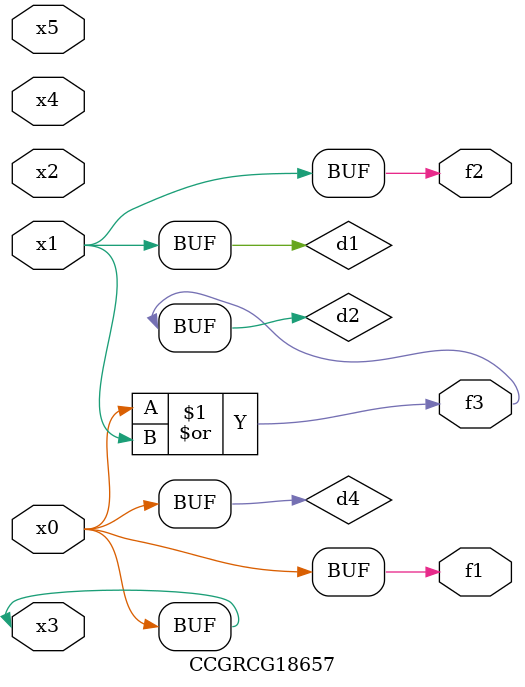
<source format=v>
module CCGRCG18657(
	input x0, x1, x2, x3, x4, x5,
	output f1, f2, f3
);

	wire d1, d2, d3, d4;

	and (d1, x1);
	or (d2, x0, x1);
	nand (d3, x0, x5);
	buf (d4, x0, x3);
	assign f1 = d4;
	assign f2 = d1;
	assign f3 = d2;
endmodule

</source>
